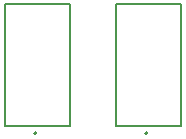
<source format=gbr>
G04*
G04 #@! TF.GenerationSoftware,Altium Limited,Altium Designer,24.8.2 (39)*
G04*
G04 Layer_Color=16711935*
%FSLAX25Y25*%
%MOIN*%
G70*
G04*
G04 #@! TF.SameCoordinates,0347263F-4986-443A-A638-574EEFBA0464*
G04*
G04*
G04 #@! TF.FilePolarity,Positive*
G04*
G01*
G75*
%ADD10C,0.00787*%
%ADD11C,0.00500*%
D10*
X123894Y109665D02*
G03*
X123894Y109665I-394J0D01*
G01*
X160894D02*
G03*
X160894Y109665I-394J0D01*
G01*
D11*
X135114Y112224D02*
Y152776D01*
X113461D02*
X135114D01*
X113461Y112224D02*
Y152776D01*
Y112224D02*
X135114D01*
X150461D02*
X172114D01*
X150461D02*
Y152776D01*
X172114D01*
Y112224D02*
Y152776D01*
M02*

</source>
